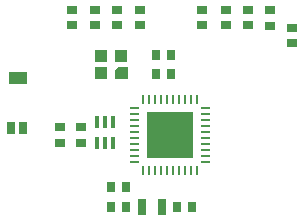
<source format=gtp>
G75*
G70*
%OFA0B0*%
%FSLAX24Y24*%
%IPPOS*%
%LPD*%
%AMOC8*
5,1,8,0,0,1.08239X$1,22.5*
%
%ADD10C,0.0098*%
%ADD11R,0.0266X0.0098*%
%ADD12R,0.0098X0.0266*%
%ADD13R,0.1555X0.1571*%
%ADD14R,0.0354X0.0276*%
%ADD15R,0.0276X0.0354*%
%ADD16R,0.0433X0.0394*%
%ADD17C,0.0020*%
%ADD18R,0.0276X0.0551*%
%ADD19R,0.0138X0.0394*%
%ADD20R,0.0256X0.0394*%
%ADD21R,0.0630X0.0394*%
D10*
X004962Y005139D03*
X005139Y004962D03*
X005336Y004962D03*
X005533Y004962D03*
X005730Y004962D03*
X005927Y004962D03*
X006124Y004962D03*
X006320Y004962D03*
X006517Y004962D03*
X006714Y004962D03*
X006911Y004962D03*
X007088Y005139D03*
X007088Y005336D03*
X007088Y005533D03*
X007088Y005730D03*
X007088Y005927D03*
X007088Y006124D03*
X007088Y006320D03*
X007088Y006517D03*
X007088Y006714D03*
X007088Y006911D03*
X006911Y007088D03*
X006714Y007088D03*
X006517Y007088D03*
X006320Y007088D03*
X006124Y007088D03*
X005927Y007088D03*
X005730Y007088D03*
X005533Y007088D03*
X005336Y007088D03*
X005139Y007088D03*
X004962Y006911D03*
X004962Y006714D03*
X004962Y006517D03*
X004962Y006320D03*
X004962Y006124D03*
X004962Y005927D03*
X004962Y005730D03*
X004962Y005533D03*
X004962Y005336D03*
D11*
X004829Y005336D03*
X004829Y005533D03*
X004829Y005730D03*
X004829Y005927D03*
X004829Y006124D03*
X004829Y006320D03*
X004829Y006517D03*
X004829Y006714D03*
X004829Y006911D03*
X004829Y005139D03*
X007221Y005139D03*
X007221Y005336D03*
X007221Y005533D03*
X007221Y005730D03*
X007221Y005927D03*
X007221Y006124D03*
X007221Y006320D03*
X007221Y006517D03*
X007221Y006714D03*
X007221Y006911D03*
D12*
X006911Y007221D03*
X006714Y007221D03*
X006517Y007221D03*
X006320Y007221D03*
X006124Y007221D03*
X005927Y007221D03*
X005730Y007221D03*
X005533Y007221D03*
X005336Y007221D03*
X005139Y007221D03*
X005139Y004829D03*
X005336Y004829D03*
X005533Y004829D03*
X005730Y004829D03*
X005927Y004829D03*
X006124Y004829D03*
X006320Y004829D03*
X006517Y004829D03*
X006714Y004829D03*
X006911Y004829D03*
D13*
X006025Y006025D03*
D14*
X003076Y006277D03*
X003076Y005765D03*
X002368Y005765D03*
X002368Y006277D03*
X002773Y009683D03*
X002773Y010194D03*
X003517Y010206D03*
X003517Y009694D03*
X004269Y009683D03*
X004269Y010194D03*
X005037Y010198D03*
X005037Y009687D03*
X007104Y009687D03*
X007104Y010198D03*
X007899Y010202D03*
X007899Y009691D03*
X008628Y009694D03*
X008628Y010206D03*
X009348Y010183D03*
X009348Y009671D03*
X010088Y009588D03*
X010088Y009076D03*
D15*
X004065Y003608D03*
X004576Y003608D03*
X004561Y004285D03*
X004049Y004285D03*
X006246Y003608D03*
X006757Y003608D03*
X006069Y008061D03*
X005557Y008061D03*
X005565Y008679D03*
X006076Y008679D03*
D16*
X004403Y008655D03*
X003734Y008655D03*
X003734Y008104D03*
D17*
X004196Y008097D02*
X004610Y008097D01*
X004610Y008079D02*
X004196Y008079D01*
X004196Y008060D02*
X004610Y008060D01*
X004610Y008042D02*
X004196Y008042D01*
X004196Y008023D02*
X004610Y008023D01*
X004610Y008005D02*
X004196Y008005D01*
X004196Y007986D02*
X004610Y007986D01*
X004610Y007968D02*
X004196Y007968D01*
X004196Y007949D02*
X004610Y007949D01*
X004610Y007931D02*
X004196Y007931D01*
X004196Y007917D02*
X004196Y008193D01*
X004295Y008291D01*
X004610Y008291D01*
X004610Y007917D01*
X004196Y007917D01*
X004196Y008116D02*
X004610Y008116D01*
X004610Y008134D02*
X004196Y008134D01*
X004196Y008153D02*
X004610Y008153D01*
X004610Y008171D02*
X004196Y008171D01*
X004196Y008190D02*
X004610Y008190D01*
X004610Y008208D02*
X004212Y008208D01*
X004231Y008227D02*
X004610Y008227D01*
X004610Y008245D02*
X004249Y008245D01*
X004268Y008264D02*
X004610Y008264D01*
X004610Y008282D02*
X004286Y008282D01*
D18*
X005104Y003608D03*
X005773Y003608D03*
D19*
X004116Y005771D03*
X003860Y005771D03*
X003604Y005771D03*
X003604Y006460D03*
X003860Y006460D03*
X004116Y006460D03*
D20*
X001124Y006273D03*
X000730Y006273D03*
D21*
X000946Y007915D03*
M02*

</source>
